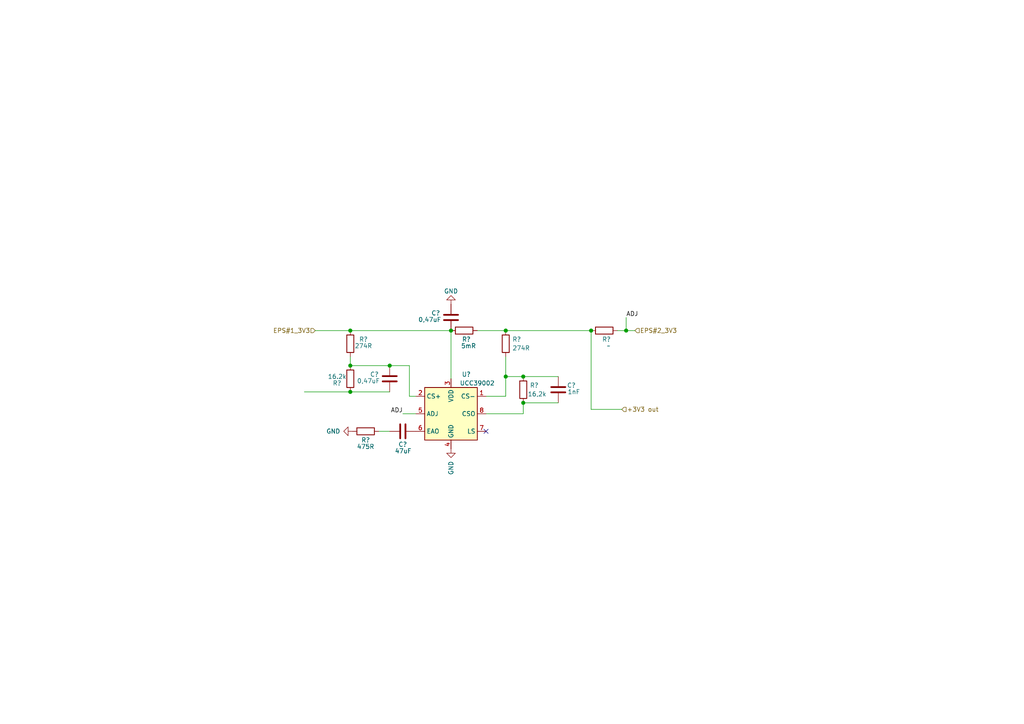
<source format=kicad_sch>
(kicad_sch (version 20210621) (generator eeschema)
  (paper "A4")
  (lib_symbols
    (symbol "Device:C" (pin_numbers hide) (pin_names (offset 0.254))
      (property "Reference" "C" (at 0.635 2.54 0))
      (property "Value" "C" (at 0.635 -2.54 0))
      (symbol "C_0_1"
        (polyline (pts (xy -2.032 -0.762) (xy 2.032 -0.762)) (stroke (width 0.508)))
        (polyline (pts (xy -2.032 0.762) (xy 2.032 0.762)) (stroke (width 0.508)))
      )
      (symbol "C_1_1"
        (pin passive line (at 0 3.81 270) (length 2.794) (name "~") (number "1"))
        (pin passive line (at 0 -3.81 90) (length 2.794) (name "~") (number "2"))
      )
    )
    (symbol "Device:R" (pin_numbers hide) (pin_names (offset 0))
      (property "Reference" "R" (at 2.032 0 90))
      (property "Value" "R" (at 0 0 90))
      (symbol "R_0_1"
        (rectangle (start -1.016 -2.54) (end 1.016 2.54) (stroke (width 0.254)))
      )
      (symbol "R_1_1"
        (pin passive line (at 0 3.81 270) (length 1.27) (name "~") (number "1"))
        (pin passive line (at 0 -3.81 90) (length 1.27) (name "~") (number "2"))
      )
    )
    (symbol "Power_Management:UCC39002D"
      (property "Reference" "U" (at -6.35 8.89 0))
      (property "Value" "UCC39002D" (at 2.54 8.89 0))
      (symbol "UCC39002D_0_1"
        (rectangle (start -7.62 7.62) (end 7.62 -7.62) (stroke (width 0.254)) (fill (type background)))
      )
      (symbol "UCC39002D_1_1"
        (pin input line (at 10.16 5.08 180) (length 2.54) (name "CS-") (number "1"))
        (pin input line (at -10.16 5.08 0) (length 2.54) (name "CS+") (number "2"))
        (pin power_in line (at 0 10.16 270) (length 2.54) (name "VDD") (number "3"))
        (pin power_in line (at 0 -10.16 90) (length 2.54) (name "GND") (number "4"))
        (pin open_collector line (at -10.16 0 0) (length 2.54) (name "ADJ") (number "5"))
        (pin passive line (at -10.16 -5.08 0) (length 2.54) (name "EAO") (number "6"))
        (pin passive line (at 10.16 -5.08 180) (length 2.54) (name "LS") (number "7"))
        (pin output line (at 10.16 0 180) (length 2.54) (name "CSO") (number "8"))
      )
    )
    (symbol "power:GND" (power) (pin_names (offset 0))
      (property "Value" "GND" (at 0 -3.81 0))
      (symbol "GND_0_1"
        (polyline (pts (xy 0 0) (xy 0 -1.27) (xy 1.27 -1.27) (xy 0 -2.54) (xy -1.27 -1.27) (xy 0 -1.27)))
      )
      (symbol "GND_1_1"
        (pin power_in line (at 0 0 270) (length 0) hide (name "GND") (number "1"))
      )
    )
  )
  (junction (at 101.6 95.885) (diameter 1.016))
  (junction (at 101.6 106.045) (diameter 1.016))
  (junction (at 101.6 113.665) (diameter 1.016))
  (junction (at 113.03 106.045) (diameter 1.016))
  (junction (at 130.81 95.885) (diameter 1.016))
  (junction (at 146.685 95.885) (diameter 1.016))
  (junction (at 146.685 109.22) (diameter 1.016))
  (junction (at 151.765 109.22) (diameter 1.016))
  (junction (at 151.765 116.84) (diameter 1.016))
  (junction (at 171.45 95.885) (diameter 1.016))
  (junction (at 181.61 95.885) (diameter 1.016))
  (no_connect (at 140.97 125.095))
  (wire (pts (xy 88.265 113.665) (xy 101.6 113.665)))
  (wire (pts (xy 101.6 95.885) (xy 91.44 95.885)))
  (wire (pts (xy 101.6 103.505) (xy 101.6 106.045)))
  (wire (pts (xy 101.6 106.045) (xy 113.03 106.045)))
  (wire (pts (xy 101.6 113.665) (xy 113.03 113.665)))
  (wire (pts (xy 109.855 125.095) (xy 113.03 125.095)))
  (wire (pts (xy 113.03 106.045) (xy 118.745 106.045)))
  (wire (pts (xy 116.84 120.015) (xy 120.65 120.015)))
  (wire (pts (xy 118.745 114.935) (xy 118.745 106.045)))
  (wire (pts (xy 120.65 114.935) (xy 118.745 114.935)))
  (wire (pts (xy 130.81 95.885) (xy 101.6 95.885)))
  (wire (pts (xy 130.81 109.855) (xy 130.81 95.885)))
  (wire (pts (xy 138.43 95.885) (xy 146.685 95.885)))
  (wire (pts (xy 140.97 114.935) (xy 146.685 114.935)))
  (wire (pts (xy 140.97 120.015) (xy 151.765 120.015)))
  (wire (pts (xy 146.685 95.885) (xy 171.45 95.885)))
  (wire (pts (xy 146.685 103.505) (xy 146.685 109.22)))
  (wire (pts (xy 146.685 109.22) (xy 146.685 114.935)))
  (wire (pts (xy 146.685 109.22) (xy 151.765 109.22)))
  (wire (pts (xy 151.765 109.22) (xy 161.925 109.22)))
  (wire (pts (xy 151.765 116.84) (xy 161.925 116.84)))
  (wire (pts (xy 151.765 120.015) (xy 151.765 116.84)))
  (wire (pts (xy 171.45 95.885) (xy 171.45 118.745)))
  (wire (pts (xy 171.45 118.745) (xy 180.34 118.745)))
  (wire (pts (xy 179.07 95.885) (xy 181.61 95.885)))
  (wire (pts (xy 181.61 92.075) (xy 181.61 95.885)))
  (wire (pts (xy 181.61 95.885) (xy 184.15 95.885)))
  (label "ADJ" (at 116.84 120.015 180))
  (label "ADJ" (at 181.61 92.075 0))
  (hierarchical_label "EPS#1_3V3" (shape input) (at 91.44 95.885 180))
  (hierarchical_label "+3V3 out" (shape input) (at 180.34 118.745 0))
  (hierarchical_label "EPS#2_3V3" (shape input) (at 184.15 95.885 0))
  (symbol (lib_id "power:GND") (at 102.235 125.095 270) (unit 1)
    (property "Reference" "#PWR?" (effects hide))
    (property "Value" "GND" (at 94.615 125.0949 90) (effects (justify left)))
  )
  (symbol (lib_id "power:GND") (at 130.81 88.265 180) (unit 1)
    (property "Reference" "#PWR?" (effects hide))
    (property "Value" "GND" (at 130.81 84.455 0))
  )
  (symbol (lib_id "power:GND") (at 130.81 130.175 0) (unit 1)
    (property "Reference" "#PWR?" (effects hide))
    (property "Value" "GND" (at 130.8099 137.795 90) (effects (justify left)))
  )
  (symbol (lib_id "Device:R") (at 101.6 99.695 0) (unit 1)
    (property "Reference" "R?" (at 104.1401 98.425 0) (effects (justify left)))
    (property "Value" "274R" (at 105.41 100.33 0))
  )
  (symbol (lib_id "Device:R") (at 101.6 109.855 180) (unit 1)
    (property "Reference" "R?" (at 99.0599 111.125 0) (effects (justify left)))
    (property "Value" "16.2k" (at 97.79 109.22 0))
  )
  (symbol (lib_id "Device:R") (at 106.045 125.095 270) (unit 1)
    (property "Reference" "R?" (at 104.7751 127.635 90) (effects (justify left)))
    (property "Value" "475R" (at 106.045 129.54 90))
  )
  (symbol (lib_id "Device:R") (at 134.62 95.885 270) (unit 1)
    (property "Reference" "R?" (at 133.9851 98.425 90) (effects (justify left)))
    (property "Value" "5mR" (at 135.89 100.33 90))
  )
  (symbol (lib_id "Device:R") (at 146.685 99.695 0) (unit 1)
    (property "Reference" "R?" (at 148.59 98.4249 0) (effects (justify left)))
    (property "Value" "274R" (at 148.59 100.9649 0) (effects (justify left)))
  )
  (symbol (lib_id "Device:R") (at 151.765 113.03 0) (unit 1)
    (property "Reference" "R?" (at 153.67 111.7599 0) (effects (justify left)))
    (property "Value" "16,2k" (at 153.035 114.2999 0) (effects (justify left)))
  )
  (symbol (lib_id "Device:R") (at 175.26 95.885 270) (unit 1)
    (property "Reference" "R?" (at 174.6251 98.425 90) (effects (justify left)))
    (property "Value" "~" (at 176.53 100.33 90))
  )
  (symbol (lib_id "Device:C") (at 113.03 109.855 180) (unit 1)
    (property "Reference" "C?" (at 107.315 108.5849 0) (effects (justify right)))
    (property "Value" "0,47uF" (at 103.505 110.4899 0) (effects (justify right)))
  )
  (symbol (lib_id "Device:C") (at 116.84 125.095 270) (unit 1)
    (property "Reference" "C?" (at 118.1099 128.905 90) (effects (justify right)))
    (property "Value" "47uF" (at 119.3799 130.81 90) (effects (justify right)))
  )
  (symbol (lib_id "Device:C") (at 130.81 92.075 180) (unit 1)
    (property "Reference" "C?" (at 125.095 90.8049 0) (effects (justify right)))
    (property "Value" "0,47uF" (at 121.285 92.7099 0) (effects (justify right)))
  )
  (symbol (lib_id "Device:C") (at 161.925 113.03 180) (unit 1)
    (property "Reference" "C?" (at 165.735 111.76 0))
    (property "Value" "1nF" (at 168.275 113.665 0) (effects (justify left)))
  )
  (symbol (lib_id "Power_Management:UCC39002D") (at 130.81 120.015 0) (unit 1)
    (property "Reference" "U?" (at 135.255 108.585 0))
    (property "Value" "UCC39002" (at 133.35 111.125 0) (effects (justify left)))
    (property "Datasheet" "http://www.ti.com/lit/ds/slus495i/slus495i.pdf" (effects hide))
  )
)
</source>
